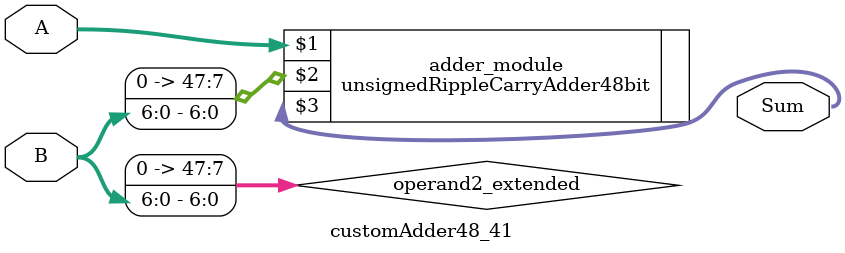
<source format=v>
module customAdder48_41(
                        input [47 : 0] A,
                        input [6 : 0] B,
                        
                        output [48 : 0] Sum
                );

        wire [47 : 0] operand2_extended;
        
        assign operand2_extended =  {41'b0, B};
        
        unsignedRippleCarryAdder48bit adder_module(
            A,
            operand2_extended,
            Sum
        );
        
        endmodule
        
</source>
